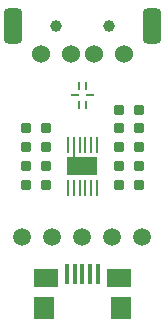
<source format=gts>
G04 #@! TF.GenerationSoftware,KiCad,Pcbnew,(6.0.7-1)-1*
G04 #@! TF.CreationDate,2022-11-14T19:26:16+09:00*
G04 #@! TF.ProjectId,usbSerial,75736253-6572-4696-916c-2e6b69636164,V1.0*
G04 #@! TF.SameCoordinates,Original*
G04 #@! TF.FileFunction,Soldermask,Top*
G04 #@! TF.FilePolarity,Negative*
%FSLAX46Y46*%
G04 Gerber Fmt 4.6, Leading zero omitted, Abs format (unit mm)*
G04 Created by KiCad (PCBNEW (6.0.7-1)-1) date 2022-11-14 19:26:16*
%MOMM*%
%LPD*%
G01*
G04 APERTURE LIST*
G04 Aperture macros list*
%AMRoundRect*
0 Rectangle with rounded corners*
0 $1 Rounding radius*
0 $2 $3 $4 $5 $6 $7 $8 $9 X,Y pos of 4 corners*
0 Add a 4 corners polygon primitive as box body*
4,1,4,$2,$3,$4,$5,$6,$7,$8,$9,$2,$3,0*
0 Add four circle primitives for the rounded corners*
1,1,$1+$1,$2,$3*
1,1,$1+$1,$4,$5*
1,1,$1+$1,$6,$7*
1,1,$1+$1,$8,$9*
0 Add four rect primitives between the rounded corners*
20,1,$1+$1,$2,$3,$4,$5,0*
20,1,$1+$1,$4,$5,$6,$7,0*
20,1,$1+$1,$6,$7,$8,$9,0*
20,1,$1+$1,$8,$9,$2,$3,0*%
G04 Aperture macros list end*
%ADD10RoundRect,0.200000X0.250000X0.200000X-0.250000X0.200000X-0.250000X-0.200000X0.250000X-0.200000X0*%
%ADD11R,0.300000X1.750000*%
%ADD12R,2.100000X1.600000*%
%ADD13R,1.800000X1.900000*%
%ADD14R,0.150000X1.400000*%
%ADD15R,0.150000X0.350000*%
%ADD16R,2.500000X1.500000*%
%ADD17C,1.500000*%
%ADD18R,0.200000X0.675000*%
%ADD19R,0.700000X0.200000*%
%ADD20RoundRect,0.200000X-0.250000X-0.200000X0.250000X-0.200000X0.250000X0.200000X-0.250000X0.200000X0*%
%ADD21C,1.000000*%
%ADD22C,1.524000*%
%ADD23RoundRect,0.400000X0.400000X1.100000X-0.400000X1.100000X-0.400000X-1.100000X0.400000X-1.100000X0*%
G04 APERTURE END LIST*
D10*
X-3050000Y1600000D03*
X-4750000Y1600000D03*
D11*
X-1300000Y-9125000D03*
X-650000Y-9125000D03*
X0Y-9125000D03*
X650000Y-9125000D03*
X1300000Y-9125000D03*
D12*
X3100000Y-9450000D03*
D13*
X-3250000Y-12000000D03*
D12*
X-3100000Y-9450000D03*
D13*
X3250000Y-12000000D03*
D10*
X4750000Y-1600000D03*
X3050000Y-1600000D03*
D14*
X1250000Y1800000D03*
X750000Y1800000D03*
X250000Y1800000D03*
X-250000Y1800000D03*
X-750000Y1800000D03*
X-1250000Y1800000D03*
X-1250000Y-1800000D03*
X-750000Y-1800000D03*
X-250000Y-1800000D03*
X250000Y-1800000D03*
X750000Y-1800000D03*
X1250000Y-1800000D03*
D15*
X-750000Y925000D03*
D16*
X0Y0D03*
D17*
X-5080000Y-6000000D03*
X0Y-6000000D03*
D10*
X4750000Y3200000D03*
X3050000Y3200000D03*
D17*
X2540000Y-6000000D03*
D18*
X-275000Y6787500D03*
X275000Y6787500D03*
D19*
X650000Y6000000D03*
D18*
X275000Y5212500D03*
X-275000Y5212500D03*
D19*
X-650000Y6000000D03*
D10*
X-3050000Y0D03*
X-4750000Y0D03*
D20*
X3050000Y4800000D03*
X4750000Y4800000D03*
D10*
X4750000Y0D03*
X3050000Y0D03*
X4750000Y1600000D03*
X3050000Y1600000D03*
D17*
X5080000Y-6000000D03*
D10*
X-3050000Y-1600000D03*
X-4750000Y-1600000D03*
D20*
X-4750000Y3200000D03*
X-3050000Y3200000D03*
D17*
X-2540000Y-6000000D03*
D21*
X-2250000Y11900000D03*
X2250000Y11900000D03*
D22*
X-3500000Y9500000D03*
X-1000000Y9500000D03*
X1000000Y9500000D03*
X3500000Y9500000D03*
D23*
X-5850000Y11900000D03*
X5850000Y11900000D03*
M02*

</source>
